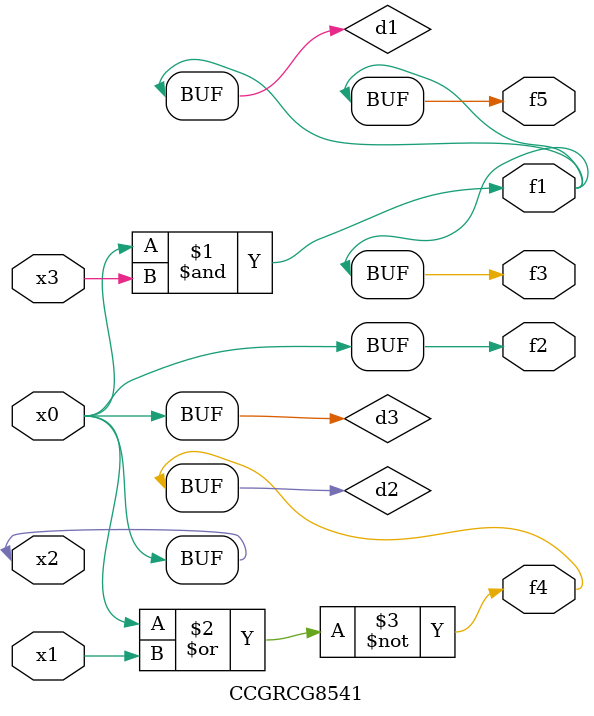
<source format=v>
module CCGRCG8541(
	input x0, x1, x2, x3,
	output f1, f2, f3, f4, f5
);

	wire d1, d2, d3;

	and (d1, x2, x3);
	nor (d2, x0, x1);
	buf (d3, x0, x2);
	assign f1 = d1;
	assign f2 = d3;
	assign f3 = d1;
	assign f4 = d2;
	assign f5 = d1;
endmodule

</source>
